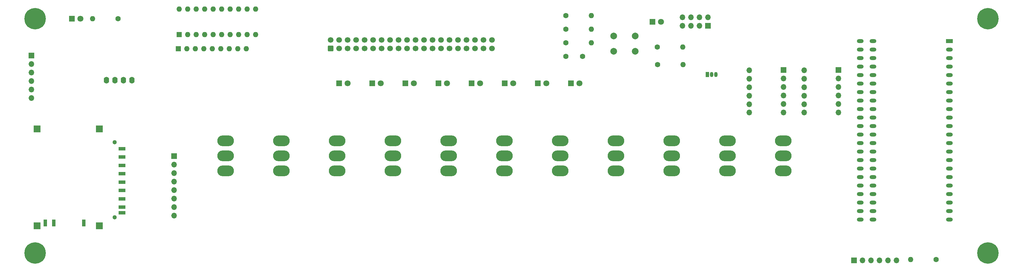
<source format=gbr>
%TF.GenerationSoftware,KiCad,Pcbnew,8.0.6*%
%TF.CreationDate,2025-04-19T20:02:09-05:00*%
%TF.ProjectId,front-panel.processor,66726f6e-742d-4706-916e-656c2e70726f,rev?*%
%TF.SameCoordinates,Original*%
%TF.FileFunction,Soldermask,Bot*%
%TF.FilePolarity,Negative*%
%FSLAX46Y46*%
G04 Gerber Fmt 4.6, Leading zero omitted, Abs format (unit mm)*
G04 Created by KiCad (PCBNEW 8.0.6) date 2025-04-19 20:02:09*
%MOMM*%
%LPD*%
G01*
G04 APERTURE LIST*
G04 Aperture macros list*
%AMRoundRect*
0 Rectangle with rounded corners*
0 $1 Rounding radius*
0 $2 $3 $4 $5 $6 $7 $8 $9 X,Y pos of 4 corners*
0 Add a 4 corners polygon primitive as box body*
4,1,4,$2,$3,$4,$5,$6,$7,$8,$9,$2,$3,0*
0 Add four circle primitives for the rounded corners*
1,1,$1+$1,$2,$3*
1,1,$1+$1,$4,$5*
1,1,$1+$1,$6,$7*
1,1,$1+$1,$8,$9*
0 Add four rect primitives between the rounded corners*
20,1,$1+$1,$2,$3,$4,$5,0*
20,1,$1+$1,$4,$5,$6,$7,0*
20,1,$1+$1,$6,$7,$8,$9,0*
20,1,$1+$1,$8,$9,$2,$3,0*%
G04 Aperture macros list end*
%ADD10C,1.600000*%
%ADD11O,1.600000X1.600000*%
%ADD12R,1.700000X1.700000*%
%ADD13O,1.700000X1.700000*%
%ADD14RoundRect,0.250000X0.600000X-0.600000X0.600000X0.600000X-0.600000X0.600000X-0.600000X-0.600000X0*%
%ADD15C,1.700000*%
%ADD16C,6.400000*%
%ADD17R,1.800000X1.800000*%
%ADD18C,1.800000*%
%ADD19C,2.000000*%
%ADD20R,1.600000X1.600000*%
%ADD21O,5.000000X3.200000*%
%ADD22R,1.050000X1.500000*%
%ADD23O,1.050000X1.500000*%
%ADD24O,1.600000X2.000000*%
%ADD25C,1.300000*%
%ADD26R,2.000000X1.100000*%
%ADD27R,1.000000X2.000000*%
%ADD28R,2.000000X2.000000*%
%ADD29R,2.000000X1.200000*%
%ADD30O,2.000000X1.200000*%
G04 APERTURE END LIST*
D10*
%TO.C,R7*%
X309523200Y-227028200D03*
D11*
X301903200Y-227028200D03*
%TD*%
D12*
%TO.C,J6*%
X284961400Y-227206000D03*
D13*
X287501400Y-227206000D03*
X290041400Y-227206000D03*
X292581400Y-227206000D03*
X295121400Y-227206000D03*
X297661400Y-227206000D03*
%TD*%
D14*
%TO.C,J1*%
X128370000Y-163947500D03*
D15*
X128370000Y-161407500D03*
X130910000Y-163947500D03*
X130910000Y-161407500D03*
X133450000Y-163947500D03*
X133450000Y-161407500D03*
X135990000Y-163947500D03*
X135990000Y-161407500D03*
X138530000Y-163947500D03*
X138530000Y-161407500D03*
X141070000Y-163947500D03*
X141070000Y-161407500D03*
X143610000Y-163947500D03*
X143610000Y-161407500D03*
X146150000Y-163947500D03*
X146150000Y-161407500D03*
X148690000Y-163947500D03*
X148690000Y-161407500D03*
X151230000Y-163947500D03*
X151230000Y-161407500D03*
X153770000Y-163947500D03*
X153770000Y-161407500D03*
X156310000Y-163947500D03*
X156310000Y-161407500D03*
X158850000Y-163947500D03*
X158850000Y-161407500D03*
X161390000Y-163947500D03*
X161390000Y-161407500D03*
X163930000Y-163947500D03*
X163930000Y-161407500D03*
X166470000Y-163947500D03*
X166470000Y-161407500D03*
X169010000Y-163947500D03*
X169010000Y-161407500D03*
X171550000Y-163947500D03*
X171550000Y-161407500D03*
X174090000Y-163947500D03*
X174090000Y-161407500D03*
X176630000Y-163947500D03*
X176630000Y-161407500D03*
%TD*%
D12*
%TO.C,J2*%
X38937000Y-165992000D03*
D13*
X38937000Y-168532000D03*
X38937000Y-171072000D03*
X38937000Y-173612000D03*
X38937000Y-176152000D03*
X38937000Y-178692000D03*
%TD*%
D16*
%TO.C,H1*%
X40000000Y-155000000D03*
%TD*%
%TO.C,H2*%
X325000000Y-155000000D03*
%TD*%
%TO.C,H3*%
X325000000Y-225000000D03*
%TD*%
%TO.C,H4*%
X40000000Y-225000000D03*
%TD*%
D17*
%TO.C,D5*%
X51000000Y-155000000D03*
D18*
X53540000Y-155000000D03*
%TD*%
D10*
%TO.C,R6*%
X64810000Y-155000000D03*
D11*
X57190000Y-155000000D03*
%TD*%
D17*
%TO.C,D4*%
X170549000Y-174327000D03*
D18*
X173089000Y-174327000D03*
%TD*%
D19*
%TO.C,SW9*%
X213031000Y-160222000D03*
X219531000Y-160222000D03*
X213031000Y-164722000D03*
X219531000Y-164722000D03*
%TD*%
D17*
%TO.C,D6*%
X160643100Y-174327000D03*
D18*
X163183100Y-174327000D03*
%TD*%
D17*
%TO.C,D3*%
X180454900Y-174329300D03*
D18*
X182994900Y-174329300D03*
%TD*%
D20*
%TO.C,U1*%
X83075000Y-159800000D03*
D11*
X85615000Y-159800000D03*
X88155000Y-159800000D03*
X90695000Y-159800000D03*
X93235000Y-159800000D03*
X95775000Y-159800000D03*
X98315000Y-159800000D03*
X100855000Y-159800000D03*
X103395000Y-159800000D03*
X105935000Y-159800000D03*
X105935000Y-152180000D03*
X103395000Y-152180000D03*
X100855000Y-152180000D03*
X98315000Y-152180000D03*
X95775000Y-152180000D03*
X93235000Y-152180000D03*
X90695000Y-152180000D03*
X88155000Y-152180000D03*
X85615000Y-152180000D03*
X83075000Y-152180000D03*
%TD*%
D21*
%TO.C,SW8*%
X97000000Y-200450000D03*
X97000000Y-196000000D03*
X97000000Y-191550000D03*
%TD*%
%TO.C,SW3*%
X180405000Y-200450000D03*
X180405000Y-196000000D03*
X180405000Y-191550000D03*
%TD*%
%TO.C,SW7*%
X113681000Y-200450000D03*
X113681000Y-196000000D03*
X113681000Y-191550000D03*
%TD*%
D10*
%TO.C,R4*%
X198757600Y-158171400D03*
D11*
X206377600Y-158171400D03*
%TD*%
D21*
%TO.C,SW1*%
X213767000Y-200450000D03*
X213767000Y-196000000D03*
X213767000Y-191550000D03*
%TD*%
%TO.C,SW5*%
X147043000Y-200450000D03*
X147043000Y-196000000D03*
X147043000Y-191550000D03*
%TD*%
D10*
%TO.C,R3*%
X198757600Y-154121400D03*
D11*
X206377600Y-154121400D03*
%TD*%
D17*
%TO.C,D2*%
X190360800Y-174328800D03*
D18*
X192900800Y-174328800D03*
%TD*%
D10*
%TO.C,R5*%
X198757600Y-162221400D03*
D11*
X206377600Y-162221400D03*
%TD*%
D21*
%TO.C,SW10*%
X230448000Y-200450000D03*
X230448000Y-196000000D03*
X230448000Y-191550000D03*
%TD*%
D17*
%TO.C,D7*%
X150737300Y-174328800D03*
D18*
X153277300Y-174328800D03*
%TD*%
D21*
%TO.C,SW6*%
X130362000Y-200450000D03*
X130362000Y-196000000D03*
X130362000Y-191550000D03*
%TD*%
%TO.C,SW11*%
X247129000Y-200450000D03*
X247129000Y-196000000D03*
X247129000Y-191550000D03*
%TD*%
D20*
%TO.C,RN1*%
X82825000Y-164000000D03*
D11*
X85365000Y-164000000D03*
X87905000Y-164000000D03*
X90445000Y-164000000D03*
X92985000Y-164000000D03*
X95525000Y-164000000D03*
X98065000Y-164000000D03*
X100605000Y-164000000D03*
X103145000Y-164000000D03*
%TD*%
D17*
%TO.C,D8*%
X140831400Y-174327000D03*
D18*
X143371400Y-174327000D03*
%TD*%
D17*
%TO.C,D1*%
X200266600Y-174327000D03*
D18*
X202806600Y-174327000D03*
%TD*%
D17*
%TO.C,D10*%
X224682200Y-155959000D03*
D18*
X227222200Y-155959000D03*
%TD*%
D21*
%TO.C,SW2*%
X197086000Y-200450000D03*
X197086000Y-196000000D03*
X197086000Y-191550000D03*
%TD*%
D22*
%TO.C,U5*%
X241095600Y-171736800D03*
D23*
X242365600Y-171736800D03*
X243635600Y-171736800D03*
%TD*%
D17*
%TO.C,D9*%
X130925500Y-174327000D03*
D18*
X133465500Y-174327000D03*
%TD*%
D24*
%TO.C,Brd1*%
X61380000Y-173400000D03*
X63920000Y-173400000D03*
X66460000Y-173400000D03*
X69000000Y-173400000D03*
%TD*%
D21*
%TO.C,SW12*%
X263810000Y-200450000D03*
X263810000Y-196000000D03*
X263810000Y-191550000D03*
%TD*%
D10*
%TO.C,R2*%
X226135000Y-163502800D03*
D11*
X233755000Y-163502800D03*
%TD*%
D21*
%TO.C,SW4*%
X163724000Y-200450000D03*
X163724000Y-196000000D03*
X163724000Y-191550000D03*
%TD*%
D10*
%TO.C,C3*%
X198757600Y-166271400D03*
X203757600Y-166271400D03*
%TD*%
%TO.C,R1*%
X226185800Y-168760600D03*
D11*
X233805800Y-168760600D03*
%TD*%
D25*
%TO.C,J5*%
X63777400Y-214341000D03*
X63777400Y-191941000D03*
D26*
X65977400Y-196366000D03*
X65977400Y-198866000D03*
X65977400Y-201366000D03*
X65977400Y-203866000D03*
X65977400Y-206366000D03*
X65977400Y-208866000D03*
X65977400Y-211291000D03*
X65977400Y-212991000D03*
X65977400Y-193866000D03*
D27*
X54577400Y-216041000D03*
D28*
X40577400Y-216941000D03*
X59227400Y-216941000D03*
X40577400Y-187941000D03*
X59227400Y-187941000D03*
D27*
X43027400Y-216041000D03*
X45627400Y-216041000D03*
%TD*%
D12*
%TO.C,J3*%
X81558200Y-196091000D03*
D13*
X81558200Y-198631000D03*
X81558200Y-201171000D03*
X81558200Y-203711000D03*
X81558200Y-206251000D03*
X81558200Y-208791000D03*
X81558200Y-211331000D03*
X81558200Y-213871000D03*
%TD*%
D29*
%TO.C,U2*%
X313511000Y-161721900D03*
D30*
X313511000Y-164261900D03*
X313511000Y-166801900D03*
X313511000Y-169341900D03*
X313511000Y-171881900D03*
X313511000Y-174421900D03*
X313511000Y-176961900D03*
X313511000Y-179501900D03*
X313511000Y-182041900D03*
X313511000Y-184581900D03*
X313511000Y-187121900D03*
X313511000Y-189661900D03*
X313511000Y-192201900D03*
X313511000Y-194741900D03*
X313511000Y-197281900D03*
X313511000Y-199821900D03*
X313511000Y-202361900D03*
X313511000Y-204901900D03*
X313511000Y-207441900D03*
X313514680Y-209979180D03*
X313514680Y-212519180D03*
X313514680Y-215059180D03*
X290651000Y-215061900D03*
X286841000Y-215061900D03*
X290651000Y-212521900D03*
X286841000Y-212521900D03*
X290651000Y-209981900D03*
X286841000Y-209981900D03*
X290651000Y-207441900D03*
X286841000Y-207441900D03*
X290651000Y-204901900D03*
X286841000Y-204901900D03*
X290651000Y-202361900D03*
X286841000Y-202361900D03*
X290651000Y-199821900D03*
X286841000Y-199821900D03*
X290651000Y-197281900D03*
X286841000Y-197281900D03*
X290651000Y-194741900D03*
X286841000Y-194741900D03*
X290651000Y-192201900D03*
X286841000Y-192201900D03*
X290651000Y-189661900D03*
X286841000Y-189661900D03*
X290651000Y-187121900D03*
X286841000Y-187121900D03*
X290651000Y-184581900D03*
X286841000Y-184581900D03*
X290651000Y-182041900D03*
X286841000Y-182041900D03*
X290651000Y-179501900D03*
X286841000Y-179501900D03*
X290651000Y-176961900D03*
X286841000Y-176961900D03*
X290651000Y-174421900D03*
X286841000Y-174421900D03*
X290651000Y-171881900D03*
X286841000Y-171881900D03*
X290651000Y-169341900D03*
X286841000Y-169341900D03*
X290651000Y-166801900D03*
X286841000Y-166801900D03*
X290651000Y-164261900D03*
X286841000Y-164261900D03*
X290651000Y-161721900D03*
X286841000Y-161721900D03*
%TD*%
D12*
%TO.C,J4*%
X241273400Y-157127400D03*
D13*
X241273400Y-154587400D03*
X238733400Y-157127400D03*
X238733400Y-154587400D03*
X236193400Y-157127400D03*
X236193400Y-154587400D03*
X233653400Y-157127400D03*
X233653400Y-154587400D03*
%TD*%
D12*
%TO.C,U3*%
X263855400Y-170371600D03*
D13*
X263855400Y-172911600D03*
X263855400Y-175451600D03*
X263855400Y-177991600D03*
X263855400Y-180531600D03*
X263855400Y-183071600D03*
X253655400Y-183071600D03*
X253655400Y-180571600D03*
X253655400Y-178031600D03*
X253655400Y-175491600D03*
X253655400Y-172951600D03*
X253655400Y-170411600D03*
%TD*%
D12*
%TO.C,U4*%
X280260000Y-170348900D03*
D13*
X280260000Y-172888900D03*
X280260000Y-175428900D03*
X280260000Y-177968900D03*
X280260000Y-180508900D03*
X280260000Y-183048900D03*
X270060000Y-183048900D03*
X270060000Y-180548900D03*
X270060000Y-178008900D03*
X270060000Y-175468900D03*
X270060000Y-172928900D03*
X270060000Y-170388900D03*
%TD*%
M02*

</source>
